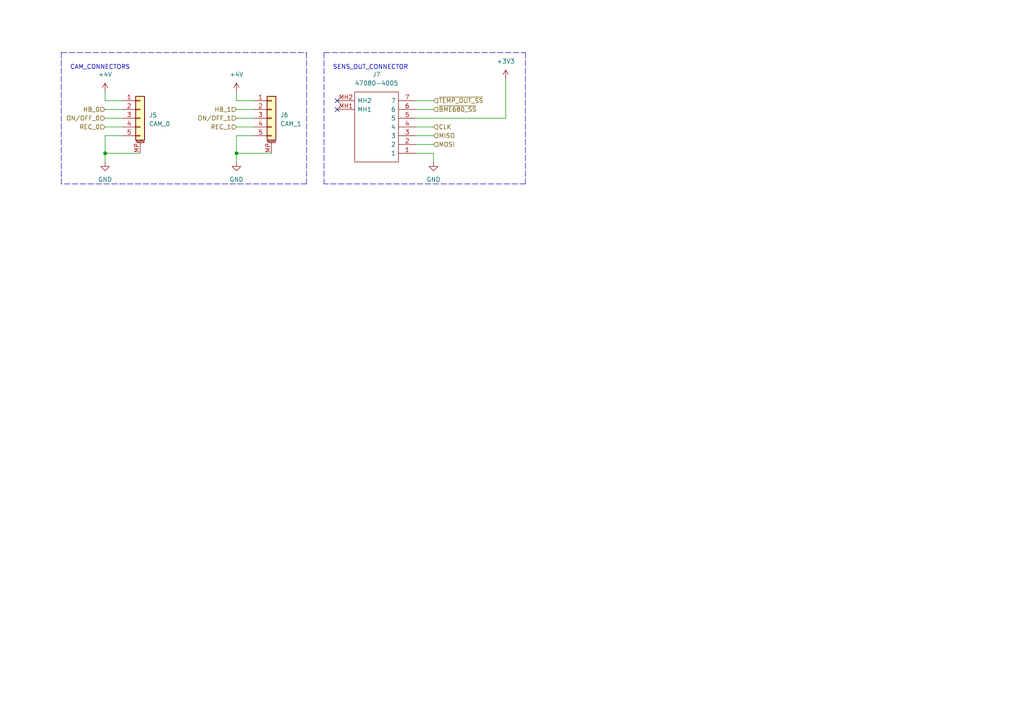
<source format=kicad_sch>
(kicad_sch (version 20211123) (generator eeschema)
  (paper "A4")
  (title_block (date "%%date%%") (rev "%%version%%") (company "BASEMENT"))
  (lib_symbols
    (symbol "Connector_Generic_MountingPin:Conn_01x05_MountingPin" (pin_names (offset 1.016) hide)
      (property "Reference" "J" (at 0 7.62 0))
      (property "Value" "Conn_01x05_MountingPin" (at 1.27 -7.62 0))
      (symbol "Conn_01x05_MountingPin_1_1"
        (rectangle (start -1.27 -4.953) (end 0 -5.207) (stroke (width 0.1524)))
        (rectangle (start -1.27 -2.413) (end 0 -2.667) (stroke (width 0.1524)))
        (rectangle (start -1.27 0.127) (end 0 -0.127) (stroke (width 0.1524)))
        (rectangle (start -1.27 2.667) (end 0 2.413) (stroke (width 0.1524)))
        (rectangle (start -1.27 5.207) (end 0 4.953) (stroke (width 0.1524)))
        (rectangle (start -1.27 6.35) (end 1.27 -6.35) (stroke (width 0.254)) (fill (type background)))
        (polyline (pts (xy -1.016 -7.112) (xy 1.016 -7.112)) (stroke (width 0.1524)))
        (text "Mounting" (at 0 -6.731 0) (effects (font (size 0.381 0.381))))
        (pin passive line (at -5.08 5.08 0) (length 3.81) (name "Pin_1") (number "1"))
        (pin passive line (at -5.08 2.54 0) (length 3.81) (name "Pin_2") (number "2"))
        (pin passive line (at -5.08 0 0) (length 3.81) (name "Pin_3") (number "3"))
        (pin passive line (at -5.08 -2.54 0) (length 3.81) (name "Pin_4") (number "4"))
        (pin passive line (at -5.08 -5.08 0) (length 3.81) (name "Pin_5") (number "5"))
        (pin passive line (at 0 -10.16 90) (length 3.048) (name "MountPin") (number "MP"))
      )
    )
    (symbol "power:+3.3V" (power) (pin_names (offset 0))
      (property "Value" "+3.3V" (at 0 3.556 0))
      (symbol "+3.3V_0_1"
        (polyline (pts (xy -0.762 1.27) (xy 0 2.54)))
        (polyline (pts (xy 0 0) (xy 0 2.54)))
        (polyline (pts (xy 0 2.54) (xy 0.762 1.27)))
      )
      (symbol "+3.3V_1_1"
        (pin power_in line (at 0 0 90) (length 0) hide (name "+3V3") (number "1"))
      )
    )
    (symbol "power:+4V" (power) (pin_names (offset 0))
      (property "Value" "+4V" (at 0 3.556 0))
      (symbol "+4V_0_1"
        (polyline (pts (xy -0.762 1.27) (xy 0 2.54)))
        (polyline (pts (xy 0 0) (xy 0 2.54)))
        (polyline (pts (xy 0 2.54) (xy 0.762 1.27)))
      )
      (symbol "+4V_1_1"
        (pin power_in line (at 0 0 90) (length 0) hide (name "+4V") (number "1"))
      )
    )
    (symbol "power:GND" (power) (pin_names (offset 0))
      (property "Value" "GND" (at 0 -3.81 0))
      (symbol "GND_0_1"
        (polyline (pts (xy 0 0) (xy 0 -1.27) (xy 1.27 -1.27) (xy 0 -2.54) (xy -1.27 -1.27) (xy 0 -1.27)))
      )
      (symbol "GND_1_1"
        (pin power_in line (at 0 0 270) (length 0) hide (name "GND") (number "1"))
      )
    )
    (symbol "schematics:47080-4005" (pin_names (offset 0.762))
      (property "Reference" "J" (at 19.05 7.62 0))
      (property "Value" "47080-4005" (at 19.05 5.08 0))
      (symbol "47080-4005_0_0"
        (pin passive line (at 22.86 -15.24 180) (length 5.08) (name "1") (number "1"))
        (pin passive line (at 22.86 -12.7 180) (length 5.08) (name "2") (number "2"))
        (pin passive line (at 22.86 -10.16 180) (length 5.08) (name "3") (number "3"))
        (pin passive line (at 22.86 -7.62 180) (length 5.08) (name "4") (number "4"))
        (pin passive line (at 22.86 -5.08 180) (length 5.08) (name "5") (number "5"))
        (pin passive line (at 22.86 -2.54 180) (length 5.08) (name "6") (number "6"))
        (pin passive line (at 22.86 0 180) (length 5.08) (name "7") (number "7"))
        (pin passive line (at 0 -2.54 0) (length 5.08) (name "MH1") (number "MH1"))
        (pin passive line (at 0 0 0) (length 5.08) (name "MH2") (number "MH2"))
      )
      (symbol "47080-4005_0_1"
        (polyline (pts (xy 5.08 2.54) (xy 17.78 2.54) (xy 17.78 -17.78) (xy 5.08 -17.78) (xy 5.08 2.54)) (stroke (width 0.1524)))
      )
    )
  )
  (junction (at 30.48 44.45))
  (junction (at 68.58 44.45))
  (no_connect (at 97.79 31.75))
  (no_connect (at 97.79 29.21))
  (polyline (pts (xy 17.78 15.24) (xy 88.9 15.24)))
  (wire (pts (xy 125.73 31.75) (xy 120.65 31.75)))
  (polyline (pts (xy 93.98 15.24) (xy 152.4 15.24)))
  (wire (pts (xy 30.48 31.75) (xy 35.56 31.75)))
  (wire (pts (xy 78.74 44.45) (xy 68.58 44.45)))
  (wire (pts (xy 120.65 34.29) (xy 146.685 34.29)))
  (wire (pts (xy 68.58 39.37) (xy 73.66 39.37)))
  (wire (pts (xy 30.48 26.67) (xy 30.48 29.21)))
  (wire (pts (xy 68.58 26.67) (xy 68.58 29.21)))
  (polyline (pts (xy 93.98 15.24) (xy 93.98 53.34)))
  (wire (pts (xy 68.58 34.29) (xy 73.66 34.29)))
  (wire (pts (xy 30.48 39.37) (xy 30.48 44.45)))
  (wire (pts (xy 30.48 39.37) (xy 35.56 39.37)))
  (wire (pts (xy 68.58 29.21) (xy 73.66 29.21)))
  (polyline (pts (xy 152.4 53.34) (xy 93.98 53.34)))
  (wire (pts (xy 125.73 41.91) (xy 120.65 41.91)))
  (polyline (pts (xy 88.9 15.24) (xy 88.9 53.34)))
  (wire (pts (xy 30.48 44.45) (xy 30.48 46.99)))
  (polyline (pts (xy 152.4 15.24) (xy 152.4 53.34)))
  (wire (pts (xy 68.58 31.75) (xy 73.66 31.75)))
  (wire (pts (xy 146.685 34.29) (xy 146.685 22.86)))
  (wire (pts (xy 68.58 44.45) (xy 68.58 46.99)))
  (wire (pts (xy 30.48 44.45) (xy 40.64 44.45)))
  (wire (pts (xy 30.48 36.83) (xy 35.56 36.83)))
  (polyline (pts (xy 88.9 53.34) (xy 17.78 53.34)))
  (wire (pts (xy 68.58 36.83) (xy 73.66 36.83)))
  (wire (pts (xy 125.73 36.83) (xy 120.65 36.83)))
  (wire (pts (xy 125.73 46.99) (xy 125.73 44.45)))
  (wire (pts (xy 30.48 34.29) (xy 35.56 34.29)))
  (wire (pts (xy 30.48 29.21) (xy 35.56 29.21)))
  (wire (pts (xy 68.58 39.37) (xy 68.58 44.45)))
  (wire (pts (xy 125.73 29.21) (xy 120.65 29.21)))
  (polyline (pts (xy 17.78 15.24) (xy 17.78 53.34)))
  (wire (pts (xy 125.73 39.37) (xy 120.65 39.37)))
  (wire (pts (xy 125.73 44.45) (xy 120.65 44.45)))
  (text "CAM_CONNECTORS" (at 20.32 20.32 0) (effects (font (size 1.27 1.27)) (justify left bottom)))
  (text "SENS_OUT_CONNECTOR" (at 96.52 20.32 0) (effects (font (size 1.27 1.27)) (justify left bottom)))
  (hierarchical_label "REC_1" (shape input) (at 68.58 36.83 180))
  (hierarchical_label "ON{slash}OFF_1" (shape input) (at 68.58 34.29 180))
  (hierarchical_label "HB_1" (shape input) (at 68.58 31.75 180))
  (hierarchical_label "ON{slash}OFF_0" (shape input) (at 30.48 34.29 180))
  (hierarchical_label "~{TEMP_OUT_SS}" (shape input) (at 125.73 29.21 0))
  (hierarchical_label "HB_0" (shape input) (at 30.48 31.75 180))
  (hierarchical_label "~{BME680_SS}" (shape input) (at 125.73 31.75 0))
  (hierarchical_label "MISO" (shape input) (at 125.73 39.37 0))
  (hierarchical_label "MOSI" (shape input) (at 125.73 41.91 0))
  (hierarchical_label "REC_0" (shape input) (at 30.48 36.83 180))
  (hierarchical_label "CLK" (shape input) (at 125.73 36.83 0))
  (symbol (lib_id "power:GND") (at 68.58 46.99 0) (unit 1)
    (property "Reference" "#PWR0163" (effects hide))
    (property "Value" "GND" (at 68.58 52.07 0))
  )
  (symbol (lib_id "power:GND") (at 125.73 46.99 0) (unit 1)
    (property "Reference" "#PWR0159" (effects hide))
    (property "Value" "GND" (at 125.73 52.07 0))
  )
  (symbol (lib_id "schematics:47080-4005") (at 97.79 29.21 0) (unit 1)
    (property "Reference" "J7" (at 109.22 21.59 0))
    (property "Value" "47080-4005" (at 109.22 24.13 0))
    (property "Footprint" "footprints:470804005" (effects hide))
    (property "Description" "MOLEX - 47080-4005 - PLUG, SATA SYSTEM, R/A, SMT" (effects hide))
    (property "Height" "6" (effects hide))
    (property "Mouser Part Number" "538-47080-4005" (effects hide))
    (property "Mouser Price/Stock" "https://www.mouser.co.uk/ProductDetail/Molex/47080-4005?qs=D%252By4jQJzx8Ju%252B2gJsiJhzQ%3D%3D" (effects hide))
    (property "Manufacturer_Name" "Molex" (effects hide))
    (property "Manufacturer_Part_Number" "47080-4005" (effects hide))
  )
  (symbol (lib_id "power:GND") (at 30.48 46.99 0) (unit 1)
    (property "Reference" "#PWR0164" (effects hide))
    (property "Value" "GND" (at 30.48 52.07 0))
  )
  (symbol (lib_id "power:+4V") (at 68.58 26.67 0) (unit 1)
    (property "Reference" "#PWR0162" (effects hide))
    (property "Value" "+4V" (at 68.58 21.59 0))
  )
  (symbol (lib_id "power:+4V") (at 30.48 26.67 0) (unit 1)
    (property "Reference" "#PWR0161" (effects hide))
    (property "Value" "+4V" (at 30.48 21.59 0))
  )
  (symbol (lib_id "Connector_Generic_MountingPin:Conn_01x05_MountingPin") (at 40.64 34.29 0) (unit 1)
    (property "Reference" "J5" (at 43.18 33.3755 0) (effects (justify left)))
    (property "Value" "CAM_0" (at 43.18 35.9155 0) (effects (justify left)))
    (property "Footprint" "Connector_JST:JST_SH_BM05B-SRSS-TB_1x05-1MP_P1.00mm_Vertical" (effects hide))
  )
  (symbol (lib_id "power:+3.3V") (at 146.685 22.86 0) (unit 1)
    (property "Reference" "#PWR0160" (effects hide))
    (property "Value" "+3.3V" (at 146.685 17.78 0))
  )
  (symbol (lib_id "Connector_Generic_MountingPin:Conn_01x05_MountingPin") (at 78.74 34.29 0) (unit 1)
    (property "Reference" "J6" (at 81.28 33.3755 0) (effects (justify left)))
    (property "Value" "CAM_1" (at 81.28 35.9155 0) (effects (justify left)))
    (property "Footprint" "Connector_JST:JST_SH_BM05B-SRSS-TB_1x05-1MP_P1.00mm_Vertical" (effects hide))
  )
)
</source>
